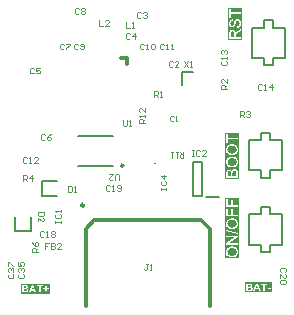
<source format=gto>
G04*
G04 #@! TF.GenerationSoftware,Altium Limited,Altium Designer,22.10.1 (41)*
G04*
G04 Layer_Color=65535*
%FSLAX44Y44*%
%MOMM*%
G71*
G04*
G04 #@! TF.SameCoordinates,35C75811-A236-4261-A3B1-3B9E0A362E8F*
G04*
G04*
G04 #@! TF.FilePolarity,Positive*
G04*
G01*
G75*
%ADD10C,0.1000*%
%ADD11C,0.2200*%
%ADD12C,0.2500*%
%ADD13C,0.3000*%
%ADD14C,0.2000*%
%ADD15C,0.1750*%
G36*
X930000Y802500D02*
X918070D01*
Y829990D01*
X930000D01*
Y802500D01*
D02*
G37*
G36*
X927500Y617500D02*
X915570D01*
Y668899D01*
X927500D01*
Y617500D01*
D02*
G37*
G36*
Y685000D02*
X915570D01*
Y723737D01*
X927500D01*
Y685000D01*
D02*
G37*
G36*
X955313Y588801D02*
X932686D01*
Y597199D01*
X955313D01*
Y588801D01*
D02*
G37*
G36*
X767280Y587801D02*
X742720D01*
Y596199D01*
X767280D01*
Y587801D01*
D02*
G37*
%LPC*%
G36*
X928833Y828990D02*
X919237D01*
Y821390D01*
X920374D01*
Y824552D01*
X928833D01*
Y825828D01*
X920374D01*
Y828990D01*
X928833D01*
D02*
G37*
G36*
X929000Y820364D02*
X919070D01*
X926143D01*
X925866Y820350D01*
X925602Y820309D01*
X925366Y820239D01*
X925172Y820170D01*
X925006Y820087D01*
X924881Y820031D01*
X924812Y819976D01*
X924784Y819962D01*
X924576Y819795D01*
X924382Y819601D01*
X924215Y819393D01*
X924063Y819185D01*
X923952Y819005D01*
X923869Y818852D01*
X923841Y818797D01*
X923813Y818755D01*
X923799Y818727D01*
Y818714D01*
X923744Y818603D01*
X923702Y818464D01*
X923647Y818311D01*
X923591Y818145D01*
X923494Y817798D01*
X923397Y817438D01*
X923355Y817271D01*
X923314Y817119D01*
X923272Y816966D01*
X923245Y816841D01*
X923217Y816744D01*
X923203Y816661D01*
X923189Y816606D01*
Y816592D01*
X923120Y816314D01*
X923064Y816065D01*
X922995Y815843D01*
X922940Y815649D01*
X922870Y815468D01*
X922815Y815316D01*
X922759Y815177D01*
X922718Y815052D01*
X922662Y814955D01*
X922620Y814872D01*
X922593Y814817D01*
X922551Y814761D01*
X922510Y814692D01*
X922496Y814678D01*
X922357Y814553D01*
X922218Y814470D01*
X922080Y814400D01*
X921941Y814359D01*
X921830Y814331D01*
X921733Y814317D01*
X921677D01*
X921650D01*
X921428Y814345D01*
X921234Y814400D01*
X921067Y814484D01*
X920915Y814581D01*
X920804Y814664D01*
X920707Y814747D01*
X920651Y814803D01*
X920637Y814830D01*
X920568Y814941D01*
X920499Y815052D01*
X920388Y815316D01*
X920318Y815593D01*
X920263Y815871D01*
X920235Y816120D01*
X920221Y816231D01*
X920207Y816314D01*
Y816508D01*
X920221Y816897D01*
X920277Y817244D01*
X920360Y817521D01*
X920443Y817757D01*
X920526Y817937D01*
X920610Y818076D01*
X920665Y818145D01*
X920679Y818173D01*
X920873Y818367D01*
X921081Y818519D01*
X921303Y818644D01*
X921525Y818727D01*
X921733Y818783D01*
X921886Y818824D01*
X921955Y818838D01*
X921996Y818852D01*
X922024D01*
X922038D01*
X921941Y820073D01*
X921636Y820045D01*
X921358Y819976D01*
X921095Y819906D01*
X920873Y819809D01*
X920693Y819726D01*
X920554Y819657D01*
X920512Y819629D01*
X920471Y819601D01*
X920457Y819587D01*
X920443D01*
X920207Y819407D01*
X919999Y819213D01*
X919819Y819005D01*
X919680Y818797D01*
X919556Y818616D01*
X919486Y818478D01*
X919458Y818422D01*
X919431Y818381D01*
X919417Y818353D01*
Y818339D01*
X919306Y818034D01*
X919223Y817701D01*
X919153Y817396D01*
X919112Y817105D01*
X919084Y816841D01*
Y816744D01*
X919070Y816647D01*
Y816758D01*
Y816467D01*
X919084Y816106D01*
X919126Y815787D01*
X919181Y815482D01*
X919237Y815219D01*
X919292Y815011D01*
X919320Y814914D01*
X919348Y814844D01*
X919375Y814789D01*
X919389Y814747D01*
X919403Y814719D01*
Y814706D01*
X919542Y814428D01*
X919694Y814179D01*
X919861Y813971D01*
X920013Y813804D01*
X920152Y813679D01*
X920263Y813582D01*
X920346Y813513D01*
X920360Y813499D01*
X920374D01*
X920610Y813360D01*
X920845Y813263D01*
X921081Y813194D01*
X921289Y813152D01*
X921469Y813125D01*
X921608Y813097D01*
X921664D01*
X921705D01*
X921719D01*
X921733D01*
X921969Y813111D01*
X922191Y813152D01*
X922399Y813208D01*
X922579Y813263D01*
X922718Y813319D01*
X922829Y813374D01*
X922898Y813416D01*
X922926Y813430D01*
X923120Y813568D01*
X923300Y813735D01*
X923453Y813901D01*
X923577Y814068D01*
X923688Y814206D01*
X923758Y814331D01*
X923813Y814414D01*
X923827Y814428D01*
Y814442D01*
X923883Y814553D01*
X923938Y814678D01*
X924035Y814955D01*
X924132Y815274D01*
X924229Y815579D01*
X924313Y815857D01*
X924340Y815982D01*
X924368Y816093D01*
X924396Y816176D01*
X924409Y816245D01*
X924423Y816287D01*
Y816301D01*
X924479Y816536D01*
X924534Y816758D01*
X924590Y816952D01*
X924631Y817119D01*
X924673Y817285D01*
X924715Y817424D01*
X924742Y817549D01*
X924784Y817646D01*
X924812Y817743D01*
X924826Y817812D01*
X924867Y817923D01*
X924881Y817992D01*
X924895Y818006D01*
X924978Y818214D01*
X925075Y818395D01*
X925172Y818547D01*
X925256Y818658D01*
X925339Y818755D01*
X925394Y818811D01*
X925436Y818852D01*
X925450Y818866D01*
X925574Y818963D01*
X925713Y819033D01*
X925852Y819074D01*
X925963Y819116D01*
X926074Y819130D01*
X926157Y819144D01*
X926226D01*
X926240D01*
X926407Y819130D01*
X926559Y819102D01*
X926698Y819060D01*
X926809Y819005D01*
X926920Y818949D01*
X926989Y818908D01*
X927045Y818880D01*
X927058Y818866D01*
X927197Y818755D01*
X927308Y818616D01*
X927405Y818478D01*
X927502Y818353D01*
X927558Y818228D01*
X927613Y818131D01*
X927641Y818062D01*
X927655Y818034D01*
X927724Y817826D01*
X927780Y817604D01*
X927807Y817382D01*
X927835Y817188D01*
X927849Y817022D01*
X927863Y816883D01*
Y816758D01*
X927849Y816453D01*
X927821Y816176D01*
X927780Y815926D01*
X927724Y815704D01*
X927669Y815524D01*
X927627Y815385D01*
X927613Y815344D01*
X927599Y815302D01*
X927585Y815288D01*
Y815274D01*
X927474Y815052D01*
X927350Y814844D01*
X927225Y814692D01*
X927100Y814553D01*
X927003Y814442D01*
X926906Y814373D01*
X926850Y814331D01*
X926836Y814317D01*
X926656Y814220D01*
X926462Y814123D01*
X926254Y814068D01*
X926074Y814012D01*
X925893Y813971D01*
X925769Y813943D01*
X925713D01*
X925672Y813929D01*
X925658D01*
X925644D01*
X925755Y812736D01*
D01*
X926102Y812764D01*
X926434Y812820D01*
X926726Y812903D01*
X926989Y813000D01*
X927197Y813097D01*
X927280Y813139D01*
X927350Y813166D01*
X927405Y813208D01*
X927447Y813222D01*
X927474Y813250D01*
X927488D01*
X927752Y813457D01*
X927988Y813679D01*
X928182Y813915D01*
X928348Y814137D01*
X928473Y814331D01*
X928556Y814498D01*
X928584Y814553D01*
X928612Y814595D01*
X928625Y814622D01*
Y814636D01*
X928750Y814983D01*
X928847Y815344D01*
X928903Y815704D01*
X928958Y816051D01*
X928972Y816217D01*
X928986Y816356D01*
Y816481D01*
X929000Y816592D01*
Y816814D01*
X928986Y817188D01*
X928944Y817535D01*
X928875Y817854D01*
X928806Y818117D01*
X928750Y818339D01*
X928709Y818436D01*
X928681Y818519D01*
X928653Y818575D01*
X928639Y818616D01*
X928625Y818644D01*
Y818658D01*
X928473Y818949D01*
X928307Y819199D01*
X928126Y819421D01*
X927960Y819601D01*
X927821Y819740D01*
X927696Y819837D01*
X927613Y819906D01*
X927599Y819920D01*
X927585D01*
X927322Y820073D01*
X927072Y820184D01*
X926836Y820253D01*
X926615Y820309D01*
X926420Y820336D01*
X926268Y820364D01*
X929000D01*
D02*
G37*
G36*
X928833Y811932D02*
X926226Y810282D01*
X925949Y810088D01*
X925699Y809907D01*
X925491Y809727D01*
X925297Y809574D01*
X925158Y809436D01*
X925048Y809325D01*
X924978Y809255D01*
X924950Y809228D01*
X924867Y809117D01*
X924770Y808992D01*
X924618Y808742D01*
X924562Y808631D01*
X924507Y808548D01*
X924479Y808493D01*
X924465Y808465D01*
X924423Y808715D01*
X924382Y808950D01*
X924313Y809158D01*
X924257Y809366D01*
X924188Y809547D01*
X924104Y809713D01*
X924035Y809866D01*
X923966Y810004D01*
X923883Y810115D01*
X923813Y810226D01*
X923758Y810309D01*
X923702Y810379D01*
X923661Y810434D01*
X923619Y810476D01*
X923605Y810490D01*
X923591Y810503D01*
X923453Y810614D01*
X923314Y810725D01*
X923023Y810892D01*
X922731Y811003D01*
X922454Y811086D01*
X922218Y811142D01*
X922121Y811155D01*
X922024D01*
X921955Y811169D01*
X921899D01*
X921872D01*
X921858D01*
X921566Y811155D01*
X921303Y811114D01*
X921053Y811044D01*
X920845Y810975D01*
X920665Y810892D01*
X920526Y810836D01*
X920443Y810781D01*
X920429Y810767D01*
X920415D01*
X920193Y810601D01*
X919999Y810434D01*
X919833Y810254D01*
X919708Y810088D01*
X919611Y809935D01*
X919556Y809810D01*
X919514Y809727D01*
X919500Y809713D01*
Y809699D01*
X919458Y809574D01*
X919417Y809422D01*
X919348Y809117D01*
X919306Y808784D01*
X919264Y808479D01*
X919250Y808187D01*
Y808063D01*
X919237Y807952D01*
Y803500D01*
X928833D01*
Y806842D01*
Y804776D01*
X924576D01*
Y806412D01*
X924590Y806565D01*
Y806676D01*
X924604Y806773D01*
X924618Y806842D01*
Y806898D01*
X924631Y806926D01*
Y806939D01*
X924701Y807161D01*
X924742Y807258D01*
X924784Y807342D01*
X924826Y807425D01*
X924853Y807480D01*
X924867Y807508D01*
X924881Y807522D01*
X924964Y807633D01*
X925061Y807744D01*
X925269Y807952D01*
X925366Y808049D01*
X925450Y808118D01*
X925505Y808160D01*
X925519Y808174D01*
X925713Y808312D01*
X925921Y808465D01*
X926143Y808617D01*
X926351Y808770D01*
X926545Y808895D01*
X926698Y808992D01*
X926753Y809034D01*
X926795Y809061D01*
X926823Y809089D01*
X926836D01*
X928833Y810351D01*
Y811932D01*
D02*
G37*
%LPD*%
G36*
X922038Y809852D02*
X922205Y809824D01*
X922343Y809782D01*
X922468Y809741D01*
X922579Y809685D01*
X922662Y809644D01*
X922718Y809616D01*
X922731Y809602D01*
X922870Y809505D01*
X922995Y809380D01*
X923092Y809255D01*
X923175Y809130D01*
X923231Y809020D01*
X923272Y808936D01*
X923300Y808881D01*
X923314Y808853D01*
X923369Y808659D01*
X923411Y808437D01*
X923439Y808215D01*
X923453Y807993D01*
X923466Y807799D01*
X923480Y807633D01*
Y804776D01*
X920304D01*
Y807799D01*
X920318Y808174D01*
X920374Y808493D01*
X920443Y808770D01*
X920526Y808978D01*
X920610Y809158D01*
X920679Y809269D01*
X920734Y809339D01*
X920748Y809366D01*
X920929Y809533D01*
X921109Y809658D01*
X921303Y809741D01*
X921469Y809810D01*
X921636Y809838D01*
X921761Y809852D01*
X921844Y809866D01*
X921858D01*
X921872D01*
X922038Y809852D01*
D02*
G37*
%LPC*%
G36*
X926334Y667899D02*
X916737D01*
Y661409D01*
X926334D01*
Y662685D01*
X921979D01*
Y667192D01*
X920842D01*
Y662685D01*
X917874D01*
Y667899D01*
X926334D01*
D02*
G37*
G36*
Y659703D02*
X916737D01*
Y653213D01*
X926334D01*
Y654489D01*
X921979D01*
Y658996D01*
X920842D01*
Y654489D01*
X917874D01*
Y659703D01*
X926334D01*
D02*
G37*
G36*
X926500Y651521D02*
X916570D01*
Y642340D01*
D01*
Y646930D01*
X916584Y646556D01*
X916626Y646209D01*
X916695Y645876D01*
X916778Y645557D01*
X916889Y645266D01*
X917000Y644989D01*
X917125Y644739D01*
X917250Y644517D01*
X917375Y644309D01*
X917499Y644129D01*
X917610Y643976D01*
X917721Y643851D01*
X917804Y643754D01*
X917874Y643671D01*
X917915Y643630D01*
X917929Y643616D01*
X918193Y643394D01*
X918470Y643200D01*
X918775Y643019D01*
X919080Y642881D01*
X919399Y642756D01*
X919705Y642645D01*
X920010Y642562D01*
X920301Y642506D01*
X920578Y642451D01*
X920842Y642409D01*
X921077Y642381D01*
X921272Y642354D01*
X921438D01*
X921563Y642340D01*
X926500D01*
X921674D01*
X922145Y642367D01*
X922575Y642423D01*
X922991Y642506D01*
X923172Y642562D01*
X923352Y642617D01*
X923504Y642659D01*
X923643Y642714D01*
X923768Y642756D01*
X923879Y642797D01*
X923962Y642825D01*
X924018Y642853D01*
X924059Y642881D01*
X924073D01*
X924475Y643116D01*
X924822Y643366D01*
X925127Y643643D01*
X925377Y643907D01*
X925585Y644143D01*
X925668Y644240D01*
X925723Y644323D01*
X925779Y644406D01*
X925820Y644462D01*
X925834Y644489D01*
X925848Y644503D01*
X925959Y644711D01*
X926056Y644919D01*
X926223Y645335D01*
X926334Y645738D01*
X926417Y646112D01*
X926444Y646292D01*
X926458Y646445D01*
X926486Y646583D01*
Y646708D01*
X926500Y646792D01*
Y646930D01*
X926472Y647388D01*
X926403Y647818D01*
X926320Y648220D01*
X926264Y648400D01*
X926209Y648567D01*
X926153Y648719D01*
X926098Y648858D01*
X926056Y648969D01*
X926015Y649066D01*
X925973Y649149D01*
X925945Y649219D01*
X925918Y649246D01*
Y649260D01*
X925668Y649648D01*
X925390Y649981D01*
X925099Y650259D01*
X924822Y650494D01*
X924558Y650689D01*
X924461Y650758D01*
X924364Y650813D01*
X924281Y650869D01*
X924226Y650897D01*
X924184Y650924D01*
X924170D01*
X923948Y651035D01*
X923726Y651118D01*
X923282Y651271D01*
X922839Y651382D01*
X922437Y651451D01*
X922256Y651465D01*
X922090Y651493D01*
X921937Y651507D01*
X921813D01*
X921702Y651521D01*
X926500D01*
D02*
G37*
G36*
Y641688D02*
X916570D01*
Y637957D01*
D01*
Y640745D01*
X926500Y637957D01*
Y638900D01*
X916570Y641688D01*
X926500D01*
D02*
G37*
G36*
X926334Y636862D02*
X916737D01*
Y629304D01*
X926334D01*
Y636862D01*
D02*
G37*
G36*
X926500Y627681D02*
X916570D01*
Y618500D01*
D01*
Y623090D01*
X916584Y622716D01*
X916626Y622369D01*
X916695Y622036D01*
X916778Y621717D01*
X916889Y621426D01*
X917000Y621149D01*
X917125Y620899D01*
X917250Y620677D01*
X917375Y620469D01*
X917499Y620289D01*
X917610Y620136D01*
X917721Y620012D01*
X917804Y619915D01*
X917874Y619831D01*
X917915Y619790D01*
X917929Y619776D01*
X918193Y619554D01*
X918470Y619360D01*
X918775Y619180D01*
X919080Y619041D01*
X919399Y618916D01*
X919705Y618805D01*
X920010Y618722D01*
X920301Y618666D01*
X920578Y618611D01*
X920842Y618569D01*
X921077Y618542D01*
X921272Y618514D01*
X921438D01*
X921563Y618500D01*
X926500D01*
X921674D01*
X922145Y618528D01*
X922575Y618583D01*
X922991Y618666D01*
X923172Y618722D01*
X923352Y618777D01*
X923504Y618819D01*
X923643Y618875D01*
X923768Y618916D01*
X923879Y618958D01*
X923962Y618985D01*
X924018Y619013D01*
X924059Y619041D01*
X924073D01*
X924475Y619277D01*
X924822Y619526D01*
X925127Y619804D01*
X925377Y620067D01*
X925585Y620303D01*
X925668Y620400D01*
X925723Y620483D01*
X925779Y620566D01*
X925820Y620622D01*
X925834Y620650D01*
X925848Y620663D01*
X925959Y620872D01*
X926056Y621079D01*
X926223Y621496D01*
X926334Y621898D01*
X926417Y622272D01*
X926444Y622453D01*
X926458Y622605D01*
X926486Y622744D01*
Y622869D01*
X926500Y622952D01*
Y623090D01*
X926472Y623548D01*
X926403Y623978D01*
X926320Y624380D01*
X926264Y624561D01*
X926209Y624727D01*
X926153Y624879D01*
X926098Y625018D01*
X926056Y625129D01*
X926015Y625226D01*
X925973Y625309D01*
X925945Y625379D01*
X925918Y625406D01*
Y625420D01*
X925668Y625809D01*
X925390Y626142D01*
X925099Y626419D01*
X924822Y626655D01*
X924558Y626849D01*
X924461Y626918D01*
X924364Y626974D01*
X924281Y627029D01*
X924226Y627057D01*
X924184Y627085D01*
X924170D01*
X923948Y627196D01*
X923726Y627279D01*
X923282Y627431D01*
X922839Y627542D01*
X922437Y627612D01*
X922256Y627625D01*
X922090Y627653D01*
X921937Y627667D01*
X921813D01*
X921702Y627681D01*
X926500D01*
D02*
G37*
%LPD*%
G36*
X921036Y651493D02*
X920551Y651438D01*
X920329Y651396D01*
X920107Y651340D01*
X919912Y651285D01*
X919732Y651243D01*
X919566Y651188D01*
X919413Y651132D01*
X919288Y651091D01*
X919177Y651035D01*
X919094Y651008D01*
X919039Y650980D01*
X918997Y650952D01*
X918983D01*
X918581Y650730D01*
X918221Y650467D01*
X917915Y650189D01*
X917666Y649940D01*
X917472Y649704D01*
X917389Y649593D01*
X917319Y649510D01*
X917278Y649426D01*
X917236Y649371D01*
X917222Y649343D01*
X917208Y649330D01*
X917097Y649121D01*
X917000Y648913D01*
X916834Y648511D01*
X916723Y648095D01*
X916653Y647735D01*
X916626Y647568D01*
X916598Y647402D01*
X916584Y647277D01*
Y647152D01*
X916570Y647055D01*
Y651521D01*
X921563D01*
X921036Y651493D01*
D02*
G37*
G36*
X921882Y650203D02*
X922201Y650175D01*
X922506Y650134D01*
X922783Y650078D01*
X923033Y649995D01*
X923269Y649926D01*
X923491Y649843D01*
X923685Y649759D01*
X923851Y649662D01*
X924004Y649579D01*
X924128Y649510D01*
X924226Y649440D01*
X924309Y649371D01*
X924378Y649330D01*
X924406Y649302D01*
X924420Y649288D01*
X924600Y649108D01*
X924753Y648913D01*
X924877Y648719D01*
X925002Y648525D01*
X925099Y648331D01*
X925169Y648123D01*
X925238Y647943D01*
X925294Y647748D01*
X925335Y647582D01*
X925363Y647416D01*
X925390Y647277D01*
X925404Y647152D01*
Y647055D01*
X925418Y646986D01*
Y646916D01*
X925404Y646653D01*
X925377Y646403D01*
X925321Y646181D01*
X925266Y645959D01*
X925182Y645751D01*
X925099Y645557D01*
X925016Y645377D01*
X924919Y645210D01*
X924822Y645072D01*
X924739Y644947D01*
X924656Y644836D01*
X924572Y644739D01*
X924517Y644670D01*
X924461Y644614D01*
X924434Y644586D01*
X924420Y644573D01*
X924226Y644406D01*
X924018Y644268D01*
X923796Y644143D01*
X923574Y644032D01*
X923338Y643949D01*
X923116Y643865D01*
X922672Y643754D01*
X922478Y643727D01*
X922284Y643699D01*
X922118Y643671D01*
X921979Y643657D01*
X921854Y643643D01*
X921757D01*
X921702D01*
X921688D01*
X921299Y643657D01*
X920939Y643685D01*
X920592Y643727D01*
X920287Y643796D01*
X920010Y643865D01*
X919760Y643949D01*
X919524Y644046D01*
X919330Y644129D01*
X919150Y644226D01*
X918997Y644309D01*
X918872Y644392D01*
X918775Y644462D01*
X918692Y644531D01*
X918637Y644573D01*
X918609Y644600D01*
X918595Y644614D01*
X918429Y644794D01*
X918290Y644989D01*
X918165Y645183D01*
X918054Y645391D01*
X917971Y645585D01*
X917888Y645779D01*
X917777Y646140D01*
X917749Y646306D01*
X917721Y646459D01*
X917694Y646583D01*
X917680Y646708D01*
X917666Y646805D01*
Y646930D01*
X917680Y647277D01*
X917735Y647610D01*
X917818Y647901D01*
X917902Y648151D01*
X917999Y648359D01*
X918040Y648442D01*
X918068Y648511D01*
X918110Y648581D01*
X918123Y648622D01*
X918151Y648636D01*
Y648650D01*
X918345Y648913D01*
X918567Y649149D01*
X918789Y649357D01*
X919011Y649524D01*
X919205Y649648D01*
X919372Y649745D01*
X919427Y649773D01*
X919469Y649801D01*
X919497Y649815D01*
X919510D01*
X919843Y649954D01*
X920204Y650051D01*
X920537Y650120D01*
X920856Y650162D01*
X921008Y650189D01*
X921133Y650203D01*
X921258D01*
X921355Y650217D01*
X921438D01*
X921494D01*
X921535D01*
X921549D01*
X921882Y650203D01*
D02*
G37*
G36*
X916737Y630607D02*
Y635641D01*
X924281D01*
X916737Y630607D01*
D02*
G37*
G36*
X926334Y630524D02*
X918803D01*
X926334Y635544D01*
Y630524D01*
D02*
G37*
G36*
X921036Y627653D02*
X920551Y627598D01*
X920329Y627556D01*
X920107Y627501D01*
X919912Y627445D01*
X919732Y627403D01*
X919566Y627348D01*
X919413Y627293D01*
X919288Y627251D01*
X919177Y627196D01*
X919094Y627168D01*
X919039Y627140D01*
X918997Y627112D01*
X918983D01*
X918581Y626890D01*
X918221Y626627D01*
X917915Y626349D01*
X917666Y626100D01*
X917472Y625864D01*
X917389Y625753D01*
X917319Y625670D01*
X917278Y625587D01*
X917236Y625531D01*
X917222Y625504D01*
X917208Y625490D01*
X917097Y625282D01*
X917000Y625074D01*
X916834Y624671D01*
X916723Y624255D01*
X916653Y623895D01*
X916626Y623728D01*
X916598Y623562D01*
X916584Y623437D01*
Y623312D01*
X916570Y623215D01*
Y627681D01*
X921563D01*
X921036Y627653D01*
D02*
G37*
G36*
X921882Y626363D02*
X922201Y626336D01*
X922506Y626294D01*
X922783Y626239D01*
X923033Y626155D01*
X923269Y626086D01*
X923491Y626003D01*
X923685Y625920D01*
X923851Y625822D01*
X924004Y625739D01*
X924128Y625670D01*
X924226Y625601D01*
X924309Y625531D01*
X924378Y625490D01*
X924406Y625462D01*
X924420Y625448D01*
X924600Y625268D01*
X924753Y625074D01*
X924877Y624879D01*
X925002Y624685D01*
X925099Y624491D01*
X925169Y624283D01*
X925238Y624103D01*
X925294Y623909D01*
X925335Y623742D01*
X925363Y623576D01*
X925390Y623437D01*
X925404Y623312D01*
Y623215D01*
X925418Y623146D01*
Y623077D01*
X925404Y622813D01*
X925377Y622563D01*
X925321Y622342D01*
X925266Y622120D01*
X925182Y621912D01*
X925099Y621717D01*
X925016Y621537D01*
X924919Y621371D01*
X924822Y621232D01*
X924739Y621107D01*
X924656Y620996D01*
X924572Y620899D01*
X924517Y620830D01*
X924461Y620774D01*
X924434Y620747D01*
X924420Y620733D01*
X924226Y620566D01*
X924018Y620428D01*
X923796Y620303D01*
X923574Y620192D01*
X923338Y620109D01*
X923116Y620025D01*
X922672Y619915D01*
X922478Y619887D01*
X922284Y619859D01*
X922118Y619831D01*
X921979Y619818D01*
X921854Y619804D01*
X921757D01*
X921702D01*
X921688D01*
X921299Y619818D01*
X920939Y619845D01*
X920592Y619887D01*
X920287Y619956D01*
X920010Y620025D01*
X919760Y620109D01*
X919524Y620206D01*
X919330Y620289D01*
X919150Y620386D01*
X918997Y620469D01*
X918872Y620552D01*
X918775Y620622D01*
X918692Y620691D01*
X918637Y620733D01*
X918609Y620761D01*
X918595Y620774D01*
X918429Y620955D01*
X918290Y621149D01*
X918165Y621343D01*
X918054Y621551D01*
X917971Y621745D01*
X917888Y621939D01*
X917777Y622300D01*
X917749Y622466D01*
X917721Y622619D01*
X917694Y622744D01*
X917680Y622869D01*
X917666Y622966D01*
Y623090D01*
X917680Y623437D01*
X917735Y623770D01*
X917818Y624061D01*
X917902Y624311D01*
X917999Y624519D01*
X918040Y624602D01*
X918068Y624671D01*
X918110Y624741D01*
X918123Y624782D01*
X918151Y624796D01*
Y624810D01*
X918345Y625074D01*
X918567Y625309D01*
X918789Y625517D01*
X919011Y625684D01*
X919205Y625809D01*
X919372Y625906D01*
X919427Y625933D01*
X919469Y625961D01*
X919497Y625975D01*
X919510D01*
X919843Y626114D01*
X920204Y626211D01*
X920537Y626280D01*
X920856Y626322D01*
X921008Y626349D01*
X921133Y626363D01*
X921258D01*
X921355Y626377D01*
X921438D01*
X921494D01*
X921535D01*
X921549D01*
X921882Y626363D01*
D02*
G37*
%LPC*%
G36*
X926334Y722737D02*
Y719575D01*
X917874D01*
Y722737D01*
X926334D01*
X916737D01*
Y715137D01*
X917874D01*
Y718299D01*
X926334D01*
Y722737D01*
D02*
G37*
G36*
X926500Y714222D02*
X916570D01*
Y705041D01*
D01*
Y709632D01*
X916584Y709257D01*
X916626Y708911D01*
X916695Y708578D01*
X916778Y708259D01*
X916889Y707968D01*
X917000Y707690D01*
X917125Y707440D01*
X917250Y707219D01*
X917375Y707011D01*
X917499Y706830D01*
X917610Y706678D01*
X917721Y706553D01*
X917804Y706456D01*
X917874Y706373D01*
X917915Y706331D01*
X917929Y706317D01*
X918193Y706095D01*
X918470Y705901D01*
X918775Y705721D01*
X919080Y705582D01*
X919399Y705457D01*
X919705Y705346D01*
X920010Y705263D01*
X920301Y705208D01*
X920578Y705152D01*
X920842Y705111D01*
X921077Y705083D01*
X921272Y705055D01*
X921438D01*
X921563Y705041D01*
X926500D01*
X921674D01*
X922145Y705069D01*
X922575Y705125D01*
X922991Y705208D01*
X923172Y705263D01*
X923352Y705319D01*
X923504Y705360D01*
X923643Y705416D01*
X923768Y705457D01*
X923879Y705499D01*
X923962Y705527D01*
X924018Y705554D01*
X924059Y705582D01*
X924073D01*
X924475Y705818D01*
X924822Y706068D01*
X925127Y706345D01*
X925377Y706608D01*
X925585Y706844D01*
X925668Y706941D01*
X925723Y707025D01*
X925779Y707108D01*
X925820Y707163D01*
X925834Y707191D01*
X925848Y707205D01*
X925959Y707413D01*
X926056Y707621D01*
X926223Y708037D01*
X926334Y708439D01*
X926417Y708813D01*
X926444Y708994D01*
X926458Y709146D01*
X926486Y709285D01*
Y709410D01*
X926500Y709493D01*
Y709632D01*
X926472Y710089D01*
X926403Y710519D01*
X926320Y710921D01*
X926264Y711102D01*
X926209Y711268D01*
X926153Y711421D01*
X926098Y711560D01*
X926056Y711670D01*
X926015Y711768D01*
X925973Y711851D01*
X925945Y711920D01*
X925918Y711948D01*
Y711962D01*
X925668Y712350D01*
X925390Y712683D01*
X925099Y712960D01*
X924822Y713196D01*
X924558Y713390D01*
X924461Y713459D01*
X924364Y713515D01*
X924281Y713570D01*
X924226Y713598D01*
X924184Y713626D01*
X924170D01*
X923948Y713737D01*
X923726Y713820D01*
X923282Y713973D01*
X922839Y714083D01*
X922437Y714153D01*
X922256Y714167D01*
X922090Y714194D01*
X921937Y714208D01*
X921813D01*
X921702Y714222D01*
X926500D01*
D02*
G37*
G36*
Y703793D02*
X916570D01*
X921563D01*
X921036Y703765D01*
X920551Y703710D01*
X920329Y703668D01*
X920107Y703613D01*
X919912Y703557D01*
X919732Y703516D01*
X919566Y703460D01*
X919413Y703405D01*
X919288Y703363D01*
X919177Y703308D01*
X919094Y703280D01*
X919039Y703252D01*
X918997Y703225D01*
X918983D01*
X918581Y703003D01*
X918221Y702739D01*
X917915Y702462D01*
X917666Y702212D01*
X917472Y701976D01*
X917389Y701865D01*
X917319Y701782D01*
X917278Y701699D01*
X917236Y701644D01*
X917222Y701616D01*
X917208Y701602D01*
X917097Y701394D01*
X917000Y701186D01*
X916834Y700784D01*
X916723Y700368D01*
X916653Y700007D01*
X916626Y699841D01*
X916598Y699674D01*
X916584Y699549D01*
Y699425D01*
X916570Y699327D01*
Y699425D01*
Y699203D01*
X916584Y698828D01*
X916626Y698482D01*
X916695Y698149D01*
X916778Y697830D01*
X916889Y697539D01*
X917000Y697261D01*
X917125Y697011D01*
X917250Y696790D01*
X917375Y696582D01*
X917499Y696401D01*
X917610Y696249D01*
X917721Y696124D01*
X917804Y696027D01*
X917874Y695944D01*
X917915Y695902D01*
X917929Y695888D01*
X918193Y695666D01*
X918470Y695472D01*
X918775Y695292D01*
X919080Y695153D01*
X919399Y695028D01*
X919705Y694917D01*
X920010Y694834D01*
X920301Y694779D01*
X920578Y694723D01*
X920842Y694682D01*
X921077Y694654D01*
X921272Y694626D01*
X921438D01*
X921563Y694612D01*
X926500D01*
X921674D01*
X922145Y694640D01*
X922575Y694696D01*
X922991Y694779D01*
X923172Y694834D01*
X923352Y694890D01*
X923504Y694931D01*
X923643Y694987D01*
X923768Y695028D01*
X923879Y695070D01*
X923962Y695098D01*
X924018Y695125D01*
X924059Y695153D01*
X924073D01*
X924475Y695389D01*
X924822Y695639D01*
X925127Y695916D01*
X925377Y696179D01*
X925585Y696415D01*
X925668Y696512D01*
X925723Y696596D01*
X925779Y696679D01*
X925820Y696734D01*
X925834Y696762D01*
X925848Y696776D01*
X925959Y696984D01*
X926056Y697192D01*
X926223Y697608D01*
X926334Y698010D01*
X926417Y698384D01*
X926444Y698565D01*
X926458Y698717D01*
X926486Y698856D01*
Y698981D01*
X926500Y699064D01*
Y699203D01*
X926472Y699660D01*
X926403Y700090D01*
X926320Y700492D01*
X926264Y700673D01*
X926209Y700839D01*
X926153Y700992D01*
X926098Y701130D01*
X926056Y701241D01*
X926015Y701338D01*
X925973Y701422D01*
X925945Y701491D01*
X925918Y701519D01*
Y701533D01*
X925668Y701921D01*
X925390Y702254D01*
X925099Y702531D01*
X924822Y702767D01*
X924558Y702961D01*
X924461Y703030D01*
X924364Y703086D01*
X924281Y703141D01*
X924226Y703169D01*
X924184Y703197D01*
X924170D01*
X923948Y703308D01*
X923726Y703391D01*
X923282Y703543D01*
X922839Y703654D01*
X922437Y703724D01*
X922256Y703738D01*
X922090Y703765D01*
X921937Y703779D01*
X921813D01*
X921702Y703793D01*
X926500D01*
D02*
G37*
G36*
X923657Y693253D02*
X923546D01*
X923241Y693239D01*
X922964Y693184D01*
X922728Y693101D01*
X922506Y693017D01*
X922339Y692934D01*
X922215Y692851D01*
X922132Y692795D01*
X922104Y692782D01*
X921882Y692588D01*
X921702Y692380D01*
X921549Y692144D01*
X921424Y691936D01*
X921327Y691741D01*
X921272Y691575D01*
X921244Y691520D01*
X921230Y691478D01*
X921216Y691450D01*
Y691436D01*
X921077Y691672D01*
X920939Y691880D01*
X920786Y692047D01*
X920648Y692185D01*
X920537Y692296D01*
X920426Y692380D01*
X920370Y692421D01*
X920342Y692435D01*
X920134Y692546D01*
X919940Y692629D01*
X919746Y692698D01*
X919566Y692740D01*
X919413Y692768D01*
X919288Y692782D01*
X919219D01*
X919191D01*
X918956Y692768D01*
X918720Y692726D01*
X918512Y692657D01*
X918318Y692588D01*
X918151Y692518D01*
X918040Y692449D01*
X917957Y692407D01*
X917929Y692393D01*
X917721Y692241D01*
X917527Y692074D01*
X917375Y691894D01*
X917250Y691728D01*
X917153Y691589D01*
X917083Y691464D01*
X917042Y691381D01*
X917028Y691367D01*
Y691353D01*
X916931Y691090D01*
X916861Y690798D01*
X916806Y690507D01*
X916778Y690230D01*
X916750Y689980D01*
Y689869D01*
X916737Y689772D01*
Y686000D01*
X926334D01*
Y689661D01*
X926320Y689994D01*
X926306Y690285D01*
X926278Y690549D01*
X926250Y690771D01*
X926223Y690951D01*
X926209Y691090D01*
X926181Y691173D01*
Y691201D01*
X926112Y691436D01*
X926042Y691631D01*
X925959Y691811D01*
X925876Y691963D01*
X925820Y692088D01*
X925765Y692185D01*
X925723Y692241D01*
X925710Y692255D01*
X925585Y692407D01*
X925432Y692546D01*
X925280Y692657D01*
X925141Y692768D01*
X925002Y692851D01*
X924905Y692906D01*
X924836Y692948D01*
X924808Y692962D01*
X924586Y693059D01*
X924364Y693128D01*
X924156Y693184D01*
X923962Y693212D01*
X923796Y693239D01*
X923657Y693253D01*
D02*
G37*
%LPD*%
G36*
X921036Y714194D02*
X920551Y714139D01*
X920329Y714097D01*
X920107Y714042D01*
X919912Y713986D01*
X919732Y713945D01*
X919566Y713889D01*
X919413Y713834D01*
X919288Y713792D01*
X919177Y713737D01*
X919094Y713709D01*
X919039Y713681D01*
X918997Y713654D01*
X918983D01*
X918581Y713432D01*
X918221Y713168D01*
X917915Y712891D01*
X917666Y712641D01*
X917472Y712405D01*
X917389Y712294D01*
X917319Y712211D01*
X917278Y712128D01*
X917236Y712073D01*
X917222Y712045D01*
X917208Y712031D01*
X917097Y711823D01*
X917000Y711615D01*
X916834Y711213D01*
X916723Y710797D01*
X916653Y710436D01*
X916626Y710270D01*
X916598Y710103D01*
X916584Y709978D01*
Y709854D01*
X916570Y709757D01*
Y714222D01*
X921563D01*
X921036Y714194D01*
D02*
G37*
G36*
X921882Y712905D02*
X922201Y712877D01*
X922506Y712835D01*
X922783Y712780D01*
X923033Y712697D01*
X923269Y712627D01*
X923491Y712544D01*
X923685Y712461D01*
X923851Y712364D01*
X924004Y712281D01*
X924128Y712211D01*
X924226Y712142D01*
X924309Y712073D01*
X924378Y712031D01*
X924406Y712003D01*
X924420Y711989D01*
X924600Y711809D01*
X924753Y711615D01*
X924877Y711421D01*
X925002Y711227D01*
X925099Y711032D01*
X925169Y710824D01*
X925238Y710644D01*
X925294Y710450D01*
X925335Y710284D01*
X925363Y710117D01*
X925390Y709978D01*
X925404Y709854D01*
Y709757D01*
X925418Y709687D01*
Y709618D01*
X925404Y709354D01*
X925377Y709105D01*
X925321Y708883D01*
X925266Y708661D01*
X925182Y708453D01*
X925099Y708259D01*
X925016Y708079D01*
X924919Y707912D01*
X924822Y707773D01*
X924739Y707649D01*
X924656Y707538D01*
X924572Y707440D01*
X924517Y707371D01*
X924461Y707316D01*
X924434Y707288D01*
X924420Y707274D01*
X924226Y707108D01*
X924018Y706969D01*
X923796Y706844D01*
X923574Y706733D01*
X923338Y706650D01*
X923116Y706567D01*
X922672Y706456D01*
X922478Y706428D01*
X922284Y706400D01*
X922118Y706373D01*
X921979Y706359D01*
X921854Y706345D01*
X921757D01*
X921702D01*
X921688D01*
X921299Y706359D01*
X920939Y706386D01*
X920592Y706428D01*
X920287Y706497D01*
X920010Y706567D01*
X919760Y706650D01*
X919524Y706747D01*
X919330Y706830D01*
X919150Y706927D01*
X918997Y707011D01*
X918872Y707094D01*
X918775Y707163D01*
X918692Y707233D01*
X918637Y707274D01*
X918609Y707302D01*
X918595Y707316D01*
X918429Y707496D01*
X918290Y707690D01*
X918165Y707884D01*
X918054Y708092D01*
X917971Y708287D01*
X917888Y708481D01*
X917777Y708841D01*
X917749Y709008D01*
X917721Y709160D01*
X917694Y709285D01*
X917680Y709410D01*
X917666Y709507D01*
Y709632D01*
X917680Y709978D01*
X917735Y710311D01*
X917818Y710602D01*
X917902Y710852D01*
X917999Y711060D01*
X918040Y711143D01*
X918068Y711213D01*
X918110Y711282D01*
X918123Y711324D01*
X918151Y711338D01*
Y711351D01*
X918345Y711615D01*
X918567Y711851D01*
X918789Y712059D01*
X919011Y712225D01*
X919205Y712350D01*
X919372Y712447D01*
X919427Y712475D01*
X919469Y712503D01*
X919497Y712516D01*
X919510D01*
X919843Y712655D01*
X920204Y712752D01*
X920537Y712822D01*
X920856Y712863D01*
X921008Y712891D01*
X921133Y712905D01*
X921258D01*
X921355Y712919D01*
X921438D01*
X921494D01*
X921535D01*
X921549D01*
X921882Y712905D01*
D02*
G37*
G36*
Y702476D02*
X922201Y702448D01*
X922506Y702406D01*
X922783Y702351D01*
X923033Y702268D01*
X923269Y702198D01*
X923491Y702115D01*
X923685Y702032D01*
X923851Y701935D01*
X924004Y701852D01*
X924128Y701782D01*
X924226Y701713D01*
X924309Y701644D01*
X924378Y701602D01*
X924406Y701574D01*
X924420Y701560D01*
X924600Y701380D01*
X924753Y701186D01*
X924877Y700992D01*
X925002Y700798D01*
X925099Y700603D01*
X925169Y700395D01*
X925238Y700215D01*
X925294Y700021D01*
X925335Y699855D01*
X925363Y699688D01*
X925390Y699549D01*
X925404Y699425D01*
Y699327D01*
X925418Y699258D01*
Y699189D01*
X925404Y698925D01*
X925377Y698676D01*
X925321Y698454D01*
X925266Y698232D01*
X925182Y698024D01*
X925099Y697830D01*
X925016Y697650D01*
X924919Y697483D01*
X924822Y697344D01*
X924739Y697219D01*
X924656Y697109D01*
X924572Y697011D01*
X924517Y696942D01*
X924461Y696887D01*
X924434Y696859D01*
X924420Y696845D01*
X924226Y696679D01*
X924018Y696540D01*
X923796Y696415D01*
X923574Y696304D01*
X923338Y696221D01*
X923116Y696138D01*
X922672Y696027D01*
X922478Y695999D01*
X922284Y695971D01*
X922118Y695944D01*
X921979Y695930D01*
X921854Y695916D01*
X921757D01*
X921702D01*
X921688D01*
X921299Y695930D01*
X920939Y695957D01*
X920592Y695999D01*
X920287Y696068D01*
X920010Y696138D01*
X919760Y696221D01*
X919524Y696318D01*
X919330Y696401D01*
X919150Y696498D01*
X918997Y696582D01*
X918872Y696665D01*
X918775Y696734D01*
X918692Y696804D01*
X918637Y696845D01*
X918609Y696873D01*
X918595Y696887D01*
X918429Y697067D01*
X918290Y697261D01*
X918165Y697455D01*
X918054Y697663D01*
X917971Y697858D01*
X917888Y698052D01*
X917777Y698412D01*
X917749Y698579D01*
X917721Y698731D01*
X917694Y698856D01*
X917680Y698981D01*
X917666Y699078D01*
Y699203D01*
X917680Y699549D01*
X917735Y699882D01*
X917818Y700173D01*
X917902Y700423D01*
X917999Y700631D01*
X918040Y700714D01*
X918068Y700784D01*
X918110Y700853D01*
X918123Y700895D01*
X918151Y700909D01*
Y700922D01*
X918345Y701186D01*
X918567Y701422D01*
X918789Y701630D01*
X919011Y701796D01*
X919205Y701921D01*
X919372Y702018D01*
X919427Y702046D01*
X919469Y702074D01*
X919497Y702087D01*
X919510D01*
X919843Y702226D01*
X920204Y702323D01*
X920537Y702392D01*
X920856Y702434D01*
X921008Y702462D01*
X921133Y702476D01*
X921258D01*
X921355Y702489D01*
X921438D01*
X921494D01*
X921535D01*
X921549D01*
X921882Y702476D01*
D02*
G37*
G36*
X923712Y691936D02*
X923879Y691922D01*
X924018Y691894D01*
X924128Y691852D01*
X924226Y691811D01*
X924309Y691783D01*
X924350Y691769D01*
X924364Y691755D01*
X924489Y691672D01*
X924600Y691603D01*
X924683Y691506D01*
X924766Y691436D01*
X924822Y691367D01*
X924864Y691312D01*
X924891Y691270D01*
X924905Y691256D01*
X925016Y691020D01*
X925099Y690785D01*
X925127Y690687D01*
X925141Y690604D01*
X925155Y690549D01*
Y690535D01*
X925169Y690424D01*
X925182Y690299D01*
X925196Y690008D01*
Y687276D01*
X921896D01*
Y689800D01*
X921923Y690091D01*
X921951Y690327D01*
X921979Y690521D01*
X922007Y690674D01*
X922034Y690798D01*
X922048Y690854D01*
X922062Y690882D01*
X922132Y691062D01*
X922215Y691215D01*
X922312Y691353D01*
X922409Y691464D01*
X922492Y691547D01*
X922561Y691603D01*
X922617Y691644D01*
X922631Y691658D01*
X922783Y691755D01*
X922936Y691825D01*
X923088Y691880D01*
X923227Y691908D01*
X923352Y691936D01*
X923463Y691949D01*
X923518D01*
X923546D01*
X923712Y691936D01*
D02*
G37*
G36*
X919524Y691520D02*
X919691Y691492D01*
X919829Y691450D01*
X919940Y691409D01*
X920037Y691367D01*
X920120Y691326D01*
X920162Y691298D01*
X920176Y691284D01*
X920287Y691187D01*
X920398Y691062D01*
X920481Y690937D01*
X920537Y690826D01*
X920592Y690715D01*
X920634Y690632D01*
X920648Y690577D01*
X920661Y690549D01*
X920689Y690396D01*
X920717Y690202D01*
X920731Y690008D01*
X920745Y689814D01*
X920759Y689633D01*
Y687276D01*
X917874D01*
Y689550D01*
X917902Y689855D01*
X917915Y690091D01*
X917943Y690299D01*
X917971Y690452D01*
X917985Y690549D01*
X918012Y690618D01*
Y690632D01*
X918068Y690785D01*
X918151Y690923D01*
X918234Y691034D01*
X918318Y691131D01*
X918387Y691201D01*
X918456Y691256D01*
X918498Y691284D01*
X918512Y691298D01*
X918651Y691381D01*
X918789Y691436D01*
X918928Y691478D01*
X919066Y691506D01*
X919177Y691520D01*
X919261Y691534D01*
X919316D01*
X919344D01*
X919524Y691520D01*
D02*
G37*
%LPC*%
G36*
X954314Y592741D02*
X951900D01*
Y591511D01*
X954314D01*
Y592741D01*
D02*
G37*
G36*
X951216Y596199D02*
X946140D01*
Y595117D01*
X948036D01*
Y589801D01*
X949330D01*
Y595117D01*
X951216D01*
Y596199D01*
D02*
G37*
G36*
X943330D02*
X941961D01*
X939483Y589801D01*
X940852D01*
X941379Y591253D01*
X943949D01*
X944504Y589801D01*
X945900D01*
X943330Y596199D01*
D02*
G37*
G36*
X936497D02*
X933687D01*
Y589801D01*
X936460D01*
X936617Y589810D01*
X936895D01*
X937006Y589819D01*
X937181D01*
X937246Y589829D01*
X937338D01*
X937375Y589838D01*
X937412D01*
X937597Y589866D01*
X937764Y589912D01*
X937912Y589958D01*
X938041Y590014D01*
X938143Y590060D01*
X938217Y590106D01*
X938263Y590134D01*
X938282Y590143D01*
X938411Y590245D01*
X938513Y590356D01*
X938614Y590457D01*
X938688Y590568D01*
X938753Y590661D01*
X938799Y590735D01*
X938827Y590781D01*
X938836Y590800D01*
X938901Y590957D01*
X938957Y591105D01*
X938994Y591253D01*
X939012Y591382D01*
X939031Y591493D01*
X939040Y591576D01*
Y591650D01*
X939031Y591854D01*
X938994Y592038D01*
X938938Y592196D01*
X938883Y592344D01*
X938827Y592454D01*
X938772Y592538D01*
X938735Y592593D01*
X938725Y592612D01*
X938596Y592760D01*
X938457Y592880D01*
X938300Y592981D01*
X938161Y593055D01*
X938032Y593120D01*
X937921Y593166D01*
X937884Y593176D01*
X937856Y593185D01*
X937838Y593194D01*
X937829D01*
X937977Y593277D01*
X938106Y593361D01*
X938217Y593462D01*
X938309Y593545D01*
X938374Y593629D01*
X938429Y593693D01*
X938466Y593740D01*
X938476Y593758D01*
X938559Y593906D01*
X938624Y594045D01*
X938661Y594183D01*
X938698Y594313D01*
X938716Y594424D01*
X938725Y594507D01*
Y594562D01*
Y594572D01*
Y594581D01*
X938716Y594729D01*
X938698Y594877D01*
X938661Y594997D01*
X938624Y595108D01*
X938587Y595201D01*
X938550Y595274D01*
X938531Y595311D01*
X938522Y595330D01*
X938448Y595450D01*
X938365Y595552D01*
X938282Y595644D01*
X938208Y595728D01*
X938134Y595783D01*
X938078Y595829D01*
X938041Y595857D01*
X938032Y595866D01*
X937921Y595940D01*
X937801Y595996D01*
X937690Y596042D01*
X937588Y596079D01*
X937496Y596106D01*
X937431Y596125D01*
X937385Y596134D01*
X937366D01*
X937209Y596153D01*
X937033Y596171D01*
X936849Y596180D01*
X936664Y596190D01*
X936497Y596199D01*
D02*
G37*
%LPD*%
G36*
X943533Y592334D02*
X941767D01*
X942636Y594710D01*
X943533Y592334D01*
D02*
G37*
G36*
X936368Y595126D02*
X936608D01*
X936664Y595117D01*
X936765D01*
X936802Y595108D01*
X936812D01*
X936923Y595089D01*
X937024Y595062D01*
X937107Y595025D01*
X937181Y594988D01*
X937228Y594951D01*
X937274Y594914D01*
X937292Y594895D01*
X937302Y594886D01*
X937357Y594812D01*
X937394Y594729D01*
X937431Y594655D01*
X937449Y594581D01*
X937459Y594507D01*
X937468Y594452D01*
Y594415D01*
Y594405D01*
X937459Y594294D01*
X937440Y594193D01*
X937403Y594109D01*
X937375Y594035D01*
X937338Y593971D01*
X937302Y593934D01*
X937283Y593906D01*
X937274Y593897D01*
X937200Y593832D01*
X937117Y593786D01*
X937033Y593749D01*
X936950Y593721D01*
X936867Y593693D01*
X936812Y593684D01*
X936775Y593675D01*
X936719D01*
X936664Y593666D01*
X936377D01*
X936220Y593656D01*
X934981D01*
Y595136D01*
X936266D01*
X936368Y595126D01*
D02*
G37*
G36*
X936451Y592584D02*
X936562Y592575D01*
X936673D01*
X936765Y592565D01*
X936849Y592556D01*
X936913Y592547D01*
X936978Y592538D01*
X937024Y592528D01*
X937098Y592519D01*
X937144Y592501D01*
X937154D01*
X937246Y592464D01*
X937329Y592417D01*
X937403Y592371D01*
X937459Y592316D01*
X937505Y592279D01*
X937533Y592242D01*
X937551Y592214D01*
X937560Y592205D01*
X937607Y592122D01*
X937644Y592038D01*
X937671Y591964D01*
X937690Y591881D01*
X937699Y591817D01*
X937708Y591761D01*
Y591724D01*
Y591715D01*
X937699Y591595D01*
X937681Y591484D01*
X937653Y591391D01*
X937616Y591317D01*
X937579Y591253D01*
X937551Y591206D01*
X937533Y591179D01*
X937523Y591169D01*
X937449Y591105D01*
X937375Y591049D01*
X937292Y591003D01*
X937218Y590966D01*
X937154Y590947D01*
X937098Y590929D01*
X937061Y590920D01*
X937052D01*
X937015Y590910D01*
X936960D01*
X936839Y590901D01*
X936691Y590892D01*
X936543D01*
X936405Y590883D01*
X934981D01*
Y592593D01*
X936321D01*
X936451Y592584D01*
D02*
G37*
%LPC*%
G36*
X764597Y594182D02*
X763478D01*
Y592527D01*
X761805D01*
Y591381D01*
X763478D01*
Y589726D01*
X764597D01*
Y591381D01*
X766280D01*
Y592527D01*
X764597D01*
Y594182D01*
D02*
G37*
G36*
X761250Y595199D02*
X756174D01*
Y594117D01*
X758070D01*
Y588801D01*
X759364D01*
Y594117D01*
X761250D01*
Y595199D01*
D02*
G37*
G36*
X753363D02*
X751995D01*
X749517Y588801D01*
X750886D01*
X751413Y590253D01*
X753983D01*
X754538Y588801D01*
X755934D01*
X753363Y595199D01*
D02*
G37*
G36*
X746531D02*
X743720D01*
Y588801D01*
X746494D01*
X746651Y588810D01*
X746929D01*
X747039Y588820D01*
X747215D01*
X747280Y588829D01*
X747372D01*
X747409Y588838D01*
X747446D01*
X747631Y588866D01*
X747798Y588912D01*
X747946Y588958D01*
X748075Y589014D01*
X748177Y589060D01*
X748251Y589106D01*
X748297Y589134D01*
X748315Y589143D01*
X748445Y589245D01*
X748547Y589356D01*
X748648Y589458D01*
X748722Y589568D01*
X748787Y589661D01*
X748833Y589735D01*
X748861Y589781D01*
X748870Y589800D01*
X748935Y589957D01*
X748990Y590105D01*
X749027Y590253D01*
X749046Y590382D01*
X749064Y590493D01*
X749074Y590576D01*
Y590650D01*
X749064Y590854D01*
X749027Y591039D01*
X748972Y591196D01*
X748916Y591344D01*
X748861Y591455D01*
X748805Y591538D01*
X748768Y591593D01*
X748759Y591612D01*
X748630Y591760D01*
X748491Y591880D01*
X748334Y591982D01*
X748195Y592056D01*
X748066Y592120D01*
X747955Y592166D01*
X747918Y592176D01*
X747890Y592185D01*
X747872Y592194D01*
X747862D01*
X748010Y592277D01*
X748140Y592361D01*
X748251Y592462D01*
X748343Y592546D01*
X748408Y592629D01*
X748463Y592693D01*
X748500Y592740D01*
X748510Y592758D01*
X748593Y592906D01*
X748658Y593045D01*
X748695Y593183D01*
X748732Y593313D01*
X748750Y593424D01*
X748759Y593507D01*
Y593563D01*
Y593572D01*
Y593581D01*
X748750Y593729D01*
X748732Y593877D01*
X748695Y593997D01*
X748658Y594108D01*
X748621Y594201D01*
X748584Y594274D01*
X748565Y594311D01*
X748556Y594330D01*
X748482Y594450D01*
X748399Y594552D01*
X748315Y594644D01*
X748242Y594728D01*
X748167Y594783D01*
X748112Y594829D01*
X748075Y594857D01*
X748066Y594866D01*
X747955Y594940D01*
X747835Y594996D01*
X747724Y595042D01*
X747622Y595079D01*
X747530Y595107D01*
X747465Y595125D01*
X747419Y595134D01*
X747400D01*
X747243Y595153D01*
X747067Y595171D01*
X746882Y595181D01*
X746697Y595190D01*
X746531Y595199D01*
D02*
G37*
%LPD*%
G36*
X753567Y591334D02*
X751801D01*
X752670Y593710D01*
X753567Y591334D01*
D02*
G37*
G36*
X746402Y594127D02*
X746642D01*
X746697Y594117D01*
X746799D01*
X746836Y594108D01*
X746845D01*
X746956Y594090D01*
X747058Y594062D01*
X747141Y594025D01*
X747215Y593988D01*
X747261Y593951D01*
X747308Y593914D01*
X747326Y593895D01*
X747335Y593886D01*
X747391Y593812D01*
X747428Y593729D01*
X747465Y593655D01*
X747483Y593581D01*
X747493Y593507D01*
X747502Y593452D01*
Y593415D01*
Y593405D01*
X747493Y593294D01*
X747474Y593193D01*
X747437Y593110D01*
X747409Y593036D01*
X747372Y592971D01*
X747335Y592934D01*
X747317Y592906D01*
X747308Y592897D01*
X747234Y592832D01*
X747150Y592786D01*
X747067Y592749D01*
X746984Y592721D01*
X746901Y592693D01*
X746845Y592684D01*
X746808Y592675D01*
X746753D01*
X746697Y592666D01*
X746411D01*
X746254Y592656D01*
X745015D01*
Y594136D01*
X746300D01*
X746402Y594127D01*
D02*
G37*
G36*
X746485Y591584D02*
X746596Y591575D01*
X746707D01*
X746799Y591566D01*
X746882Y591556D01*
X746947Y591547D01*
X747012Y591538D01*
X747058Y591529D01*
X747132Y591519D01*
X747178Y591501D01*
X747188D01*
X747280Y591464D01*
X747363Y591418D01*
X747437Y591371D01*
X747493Y591316D01*
X747539Y591279D01*
X747567Y591242D01*
X747585Y591214D01*
X747594Y591205D01*
X747641Y591122D01*
X747678Y591039D01*
X747705Y590965D01*
X747724Y590881D01*
X747733Y590817D01*
X747742Y590761D01*
Y590724D01*
Y590715D01*
X747733Y590595D01*
X747714Y590484D01*
X747687Y590391D01*
X747650Y590317D01*
X747613Y590253D01*
X747585Y590206D01*
X747567Y590179D01*
X747557Y590169D01*
X747483Y590105D01*
X747409Y590049D01*
X747326Y590003D01*
X747252Y589966D01*
X747188Y589948D01*
X747132Y589929D01*
X747095Y589920D01*
X747086D01*
X747049Y589911D01*
X746993D01*
X746873Y589901D01*
X746725Y589892D01*
X746577D01*
X746439Y589883D01*
X745015D01*
Y591593D01*
X746355D01*
X746485Y591584D01*
D02*
G37*
D10*
X857000Y698000D02*
G03*
X856000Y698000I-500J0D01*
G01*
D02*
G03*
X857000Y698000I500J0D01*
G01*
X825552Y683970D02*
Y688136D01*
X824719Y688969D01*
X823053D01*
X822220Y688136D01*
Y683970D01*
X817222Y688969D02*
X820554D01*
X817222Y685636D01*
Y684803D01*
X818055Y683970D01*
X819721D01*
X820554Y684803D01*
X848165Y732335D02*
X843166D01*
Y734834D01*
X843999Y735667D01*
X845665D01*
X846498Y734834D01*
Y732335D01*
Y734001D02*
X848165Y735667D01*
Y737333D02*
Y738999D01*
Y738166D01*
X843166D01*
X843999Y737333D01*
X848165Y744831D02*
Y741498D01*
X844832Y744831D01*
X843999D01*
X843166Y743998D01*
Y742332D01*
X843999Y741498D01*
X880415Y707499D02*
Y702501D01*
X877916D01*
X877083Y703334D01*
Y705000D01*
X877916Y705833D01*
X880415D01*
X878749D02*
X877083Y707499D01*
X875416D02*
X873750D01*
X874584D01*
Y702501D01*
X875416Y703334D01*
X871251Y707499D02*
X869585D01*
X870418D01*
Y702501D01*
X871251Y703334D01*
X880668Y784499D02*
X884000Y779501D01*
Y784499D02*
X880668Y779501D01*
X885666D02*
X887332D01*
X886499D01*
Y784499D01*
X885666Y783666D01*
X829168Y734999D02*
Y730834D01*
X830001Y730001D01*
X831667D01*
X832500Y730834D01*
Y734999D01*
X834166Y730001D02*
X835832D01*
X834999D01*
Y734999D01*
X834166Y734166D01*
X757499Y622835D02*
X752501D01*
Y625334D01*
X753334Y626167D01*
X755000D01*
X755833Y625334D01*
Y622835D01*
Y624501D02*
X757499Y626167D01*
X752501Y631165D02*
X753334Y629499D01*
X755000Y627833D01*
X756666D01*
X757499Y628666D01*
Y630332D01*
X756666Y631165D01*
X755833D01*
X755000Y630332D01*
Y627833D01*
X744835Y683501D02*
Y688499D01*
X747334D01*
X748167Y687666D01*
Y686000D01*
X747334Y685167D01*
X744835D01*
X746501D02*
X748167Y683501D01*
X752332D02*
Y688499D01*
X749833Y686000D01*
X753165D01*
X928335Y737501D02*
Y742499D01*
X930834D01*
X931667Y741666D01*
Y740000D01*
X930834Y739167D01*
X928335D01*
X930001D02*
X931667Y737501D01*
X933333Y741666D02*
X934166Y742499D01*
X935832D01*
X936665Y741666D01*
Y740833D01*
X935832Y740000D01*
X934999D01*
X935832D01*
X936665Y739167D01*
Y738334D01*
X935832Y737501D01*
X934166D01*
X933333Y738334D01*
X917499Y760835D02*
X912501D01*
Y763334D01*
X913334Y764167D01*
X915000D01*
X915833Y763334D01*
Y760835D01*
Y762501D02*
X917499Y764167D01*
Y769165D02*
Y765833D01*
X914167Y769165D01*
X913334D01*
X912501Y768332D01*
Y766666D01*
X913334Y765833D01*
X855668Y754501D02*
Y759499D01*
X858167D01*
X859000Y758666D01*
Y757000D01*
X858167Y756167D01*
X855668D01*
X857334D02*
X859000Y754501D01*
X860666D02*
X862332D01*
X861499D01*
Y759499D01*
X860666Y758666D01*
X808835Y819499D02*
Y814501D01*
X812167D01*
X817165D02*
X813833D01*
X817165Y817833D01*
Y818666D01*
X816332Y819499D01*
X814666D01*
X813833Y818666D01*
X831668Y817499D02*
Y812501D01*
X835000D01*
X836666D02*
X838332D01*
X837499D01*
Y817499D01*
X836666Y816666D01*
X850000Y612499D02*
X848334D01*
X849167D01*
Y608334D01*
X848334Y607501D01*
X847501D01*
X846668Y608334D01*
X851666Y607501D02*
X853332D01*
X852499D01*
Y612499D01*
X851666Y611666D01*
X861001Y675752D02*
Y677418D01*
Y676585D01*
X865999D01*
Y675752D01*
Y677418D01*
X861834Y683250D02*
X861001Y682417D01*
Y680751D01*
X861834Y679917D01*
X865166D01*
X865999Y680751D01*
Y682417D01*
X865166Y683250D01*
X865999Y687415D02*
X861001D01*
X863500Y684916D01*
Y688248D01*
X887252Y709499D02*
X888918D01*
X888085D01*
Y704501D01*
X887252D01*
X888918D01*
X894750Y708666D02*
X893916Y709499D01*
X892250D01*
X891417Y708666D01*
Y705334D01*
X892250Y704501D01*
X893916D01*
X894750Y705334D01*
X899748Y704501D02*
X896416D01*
X899748Y707833D01*
Y708666D01*
X898915Y709499D01*
X897249D01*
X896416Y708666D01*
X771501Y647585D02*
Y649251D01*
Y648418D01*
X776499D01*
Y647585D01*
Y649251D01*
X772334Y655083D02*
X771501Y654250D01*
Y652583D01*
X772334Y651750D01*
X775666D01*
X776499Y652583D01*
Y654250D01*
X775666Y655083D01*
X776499Y656749D02*
Y658415D01*
Y657582D01*
X771501D01*
X772334Y656749D01*
X766668Y630499D02*
X763335D01*
Y628000D01*
X765002D01*
X763335D01*
Y625501D01*
X768334Y630499D02*
Y625501D01*
X770833D01*
X771666Y626334D01*
Y627167D01*
X770833Y628000D01*
X768334D01*
X770833D01*
X771666Y628833D01*
Y629666D01*
X770833Y630499D01*
X768334D01*
X776665Y625501D02*
X773332D01*
X776665Y628833D01*
Y629666D01*
X775831Y630499D01*
X774165D01*
X773332Y629666D01*
X762499Y657165D02*
X757501D01*
Y654666D01*
X758334Y653833D01*
X761666D01*
X762499Y654666D01*
Y657165D01*
X757501Y648835D02*
Y652167D01*
X760833Y648835D01*
X761666D01*
X762499Y649668D01*
Y651334D01*
X761666Y652167D01*
X782668Y678499D02*
Y673501D01*
X785167D01*
X786000Y674334D01*
Y677666D01*
X785167Y678499D01*
X782668D01*
X787666Y673501D02*
X789332D01*
X788499D01*
Y678499D01*
X787666Y677666D01*
X732334Y604668D02*
X731501Y603835D01*
Y602169D01*
X732334Y601335D01*
X735666D01*
X736499Y602169D01*
Y603835D01*
X735666Y604668D01*
X732334Y606334D02*
X731501Y607167D01*
Y608833D01*
X732334Y609666D01*
X733167D01*
X734000Y608833D01*
Y608000D01*
Y608833D01*
X734833Y609666D01*
X735666D01*
X736499Y608833D01*
Y607167D01*
X735666Y606334D01*
X731501Y611332D02*
Y614664D01*
X732334D01*
X735666Y611332D01*
X736499D01*
X741334Y604668D02*
X740501Y603835D01*
Y602169D01*
X741334Y601335D01*
X744666D01*
X745499Y602169D01*
Y603835D01*
X744666Y604668D01*
X741334Y606334D02*
X740501Y607167D01*
Y608833D01*
X741334Y609666D01*
X742167D01*
X743000Y608833D01*
Y608000D01*
Y608833D01*
X743833Y609666D01*
X744666D01*
X745499Y608833D01*
Y607167D01*
X744666Y606334D01*
X740501Y614664D02*
Y611332D01*
X743000D01*
X742167Y612998D01*
Y613831D01*
X743000Y614664D01*
X744666D01*
X745499Y613831D01*
Y612165D01*
X744666Y611332D01*
X966666Y605832D02*
X967499Y606665D01*
Y608331D01*
X966666Y609165D01*
X963334D01*
X962501Y608331D01*
Y606665D01*
X963334Y605832D01*
X962501Y600834D02*
Y604166D01*
X965833Y600834D01*
X966666D01*
X967499Y601667D01*
Y603333D01*
X966666Y604166D01*
Y599168D02*
X967499Y598335D01*
Y596669D01*
X966666Y595835D01*
X963334D01*
X962501Y596669D01*
Y598335D01*
X963334Y599168D01*
X966666D01*
X818084Y678666D02*
X817251Y679499D01*
X815585D01*
X814752Y678666D01*
Y675334D01*
X815585Y674501D01*
X817251D01*
X818084Y675334D01*
X819750Y674501D02*
X821416D01*
X820583D01*
Y679499D01*
X819750Y678666D01*
X823916Y675334D02*
X824749Y674501D01*
X826415D01*
X827248Y675334D01*
Y678666D01*
X826415Y679499D01*
X824749D01*
X823916Y678666D01*
Y677833D01*
X824749Y677000D01*
X827248D01*
X762084Y639666D02*
X761251Y640499D01*
X759585D01*
X758752Y639666D01*
Y636334D01*
X759585Y635501D01*
X761251D01*
X762084Y636334D01*
X763750Y635501D02*
X765416D01*
X764584D01*
Y640499D01*
X763750Y639666D01*
X767916D02*
X768749Y640499D01*
X770415D01*
X771248Y639666D01*
Y638833D01*
X770415Y638000D01*
X771248Y637167D01*
Y636334D01*
X770415Y635501D01*
X768749D01*
X767916Y636334D01*
Y637167D01*
X768749Y638000D01*
X767916Y638833D01*
Y639666D01*
X768749Y638000D02*
X770415D01*
X947084Y764166D02*
X946251Y764999D01*
X944585D01*
X943752Y764166D01*
Y760834D01*
X944585Y760001D01*
X946251D01*
X947084Y760834D01*
X948750Y760001D02*
X950416D01*
X949584D01*
Y764999D01*
X948750Y764166D01*
X955415Y760001D02*
Y764999D01*
X952916Y762500D01*
X956248D01*
X913334Y784584D02*
X912501Y783751D01*
Y782085D01*
X913334Y781252D01*
X916666D01*
X917499Y782085D01*
Y783751D01*
X916666Y784584D01*
X917499Y786250D02*
Y787916D01*
Y787083D01*
X912501D01*
X913334Y786250D01*
Y790416D02*
X912501Y791249D01*
Y792915D01*
X913334Y793748D01*
X914167D01*
X915000Y792915D01*
Y792082D01*
Y792915D01*
X915833Y793748D01*
X916666D01*
X917499Y792915D01*
Y791249D01*
X916666Y790416D01*
X748084Y702666D02*
X747251Y703499D01*
X745585D01*
X744752Y702666D01*
Y699334D01*
X745585Y698501D01*
X747251D01*
X748084Y699334D01*
X749750Y698501D02*
X751416D01*
X750583D01*
Y703499D01*
X749750Y702666D01*
X757248Y698501D02*
X753916D01*
X757248Y701833D01*
Y702666D01*
X756415Y703499D01*
X754749D01*
X753916Y702666D01*
X863917Y798666D02*
X863084Y799499D01*
X861418D01*
X860585Y798666D01*
Y795334D01*
X861418Y794501D01*
X863084D01*
X863917Y795334D01*
X865583Y794501D02*
X867250D01*
X866416D01*
Y799499D01*
X865583Y798666D01*
X869749Y794501D02*
X871415D01*
X870582D01*
Y799499D01*
X869749Y798666D01*
X847084D02*
X846251Y799499D01*
X844585D01*
X843752Y798666D01*
Y795334D01*
X844585Y794501D01*
X846251D01*
X847084Y795334D01*
X848750Y794501D02*
X850416D01*
X849583D01*
Y799499D01*
X848750Y798666D01*
X852916D02*
X853749Y799499D01*
X855415D01*
X856248Y798666D01*
Y795334D01*
X855415Y794501D01*
X853749D01*
X852916Y795334D01*
Y798666D01*
X791167D02*
X790334Y799499D01*
X788668D01*
X787835Y798666D01*
Y795334D01*
X788668Y794501D01*
X790334D01*
X791167Y795334D01*
X792833D02*
X793666Y794501D01*
X795332D01*
X796165Y795334D01*
Y798666D01*
X795332Y799499D01*
X793666D01*
X792833Y798666D01*
Y797833D01*
X793666Y797000D01*
X796165D01*
X792167Y828666D02*
X791334Y829499D01*
X789668D01*
X788835Y828666D01*
Y825334D01*
X789668Y824501D01*
X791334D01*
X792167Y825334D01*
X793833Y828666D02*
X794666Y829499D01*
X796332D01*
X797165Y828666D01*
Y827833D01*
X796332Y827000D01*
X797165Y826167D01*
Y825334D01*
X796332Y824501D01*
X794666D01*
X793833Y825334D01*
Y826167D01*
X794666Y827000D01*
X793833Y827833D01*
Y828666D01*
X794666Y827000D02*
X796332D01*
X779167Y798666D02*
X778334Y799499D01*
X776668D01*
X775835Y798666D01*
Y795334D01*
X776668Y794501D01*
X778334D01*
X779167Y795334D01*
X780833Y799499D02*
X784165D01*
Y798666D01*
X780833Y795334D01*
Y794501D01*
X763167Y721666D02*
X762334Y722499D01*
X760668D01*
X759835Y721666D01*
Y718334D01*
X760668Y717501D01*
X762334D01*
X763167Y718334D01*
X768165Y722499D02*
X766499Y721666D01*
X764833Y720000D01*
Y718334D01*
X765666Y717501D01*
X767332D01*
X768165Y718334D01*
Y719167D01*
X767332Y720000D01*
X764833D01*
X754047Y778286D02*
X753214Y779119D01*
X751548D01*
X750715Y778286D01*
Y774954D01*
X751548Y774121D01*
X753214D01*
X754047Y774954D01*
X759046Y779119D02*
X755714D01*
Y776620D01*
X757380Y777453D01*
X758213D01*
X759046Y776620D01*
Y774954D01*
X758213Y774121D01*
X756547D01*
X755714Y774954D01*
X835167Y807666D02*
X834334Y808499D01*
X832668D01*
X831835Y807666D01*
Y804334D01*
X832668Y803501D01*
X834334D01*
X835167Y804334D01*
X839332Y803501D02*
Y808499D01*
X836833Y806000D01*
X840165D01*
X844167Y825666D02*
X843334Y826499D01*
X841668D01*
X840835Y825666D01*
Y822334D01*
X841668Y821501D01*
X843334D01*
X844167Y822334D01*
X845833Y825666D02*
X846666Y826499D01*
X848332D01*
X849165Y825666D01*
Y824833D01*
X848332Y824000D01*
X847499D01*
X848332D01*
X849165Y823167D01*
Y822334D01*
X848332Y821501D01*
X846666D01*
X845833Y822334D01*
X871167Y783666D02*
X870334Y784499D01*
X868668D01*
X867835Y783666D01*
Y780334D01*
X868668Y779501D01*
X870334D01*
X871167Y780334D01*
X876165Y779501D02*
X872833D01*
X876165Y782833D01*
Y783666D01*
X875332Y784499D01*
X873666D01*
X872833Y783666D01*
X872000Y737666D02*
X871167Y738499D01*
X869501D01*
X868668Y737666D01*
Y734334D01*
X869501Y733501D01*
X871167D01*
X872000Y734334D01*
X873666Y733501D02*
X875332D01*
X874499D01*
Y738499D01*
X873666Y737666D01*
D11*
X829500Y696000D02*
G03*
X829500Y696000I-1000J0D01*
G01*
D12*
X796250Y662500D02*
G03*
X796250Y662500I-1250J0D01*
G01*
D13*
X832500Y782500D02*
Y787500D01*
X827500D02*
X832500D01*
X805000Y650000D02*
X895000D01*
X797500Y642500D02*
X805000Y650000D01*
X895000D02*
X902500Y642500D01*
Y577500D02*
Y642500D01*
X797500Y577500D02*
Y642500D01*
D14*
X878750Y775000D02*
X888365D01*
X878750Y764443D02*
Y775000D01*
X791000Y721000D02*
X821000D01*
X791000Y696000D02*
X821000D01*
X948500Y781000D02*
X956500D01*
X948500D02*
Y787000D01*
X938500D02*
X948500D01*
X938500D02*
Y813000D01*
X948500D01*
Y819000D01*
X956500D01*
Y813000D02*
Y819000D01*
Y813000D02*
X966500D01*
Y787000D02*
Y813000D01*
X956500Y787000D02*
X966500D01*
X956500Y781000D02*
Y787000D01*
X946000Y686000D02*
X954000D01*
X946000D02*
Y692000D01*
X936000D02*
X946000D01*
X936000D02*
Y718000D01*
X946000D01*
Y724000D01*
X954000D01*
Y718000D02*
Y724000D01*
Y718000D02*
X964000D01*
Y692000D02*
Y718000D01*
X954000Y692000D02*
X964000D01*
X954000Y686000D02*
Y692000D01*
X946000Y661000D02*
X954000D01*
Y655000D02*
Y661000D01*
Y655000D02*
X964000D01*
Y629000D02*
Y655000D01*
X954000Y629000D02*
X964000D01*
X954000Y623000D02*
Y629000D01*
X946000Y623000D02*
X954000D01*
X946000D02*
Y629000D01*
X936000D02*
X946000D01*
X936000D02*
Y655000D01*
X946000D01*
Y661000D01*
X888750Y670500D02*
X896250D01*
X888750D02*
Y699500D01*
X896250D01*
Y670500D02*
Y699500D01*
X899750Y669250D02*
X910250D01*
D15*
X760500Y682971D02*
X773028D01*
X760500Y670029D02*
Y682971D01*
Y670029D02*
X773028D01*
X738028Y640500D02*
Y653028D01*
Y640500D02*
X750972D01*
Y653028D01*
M02*

</source>
